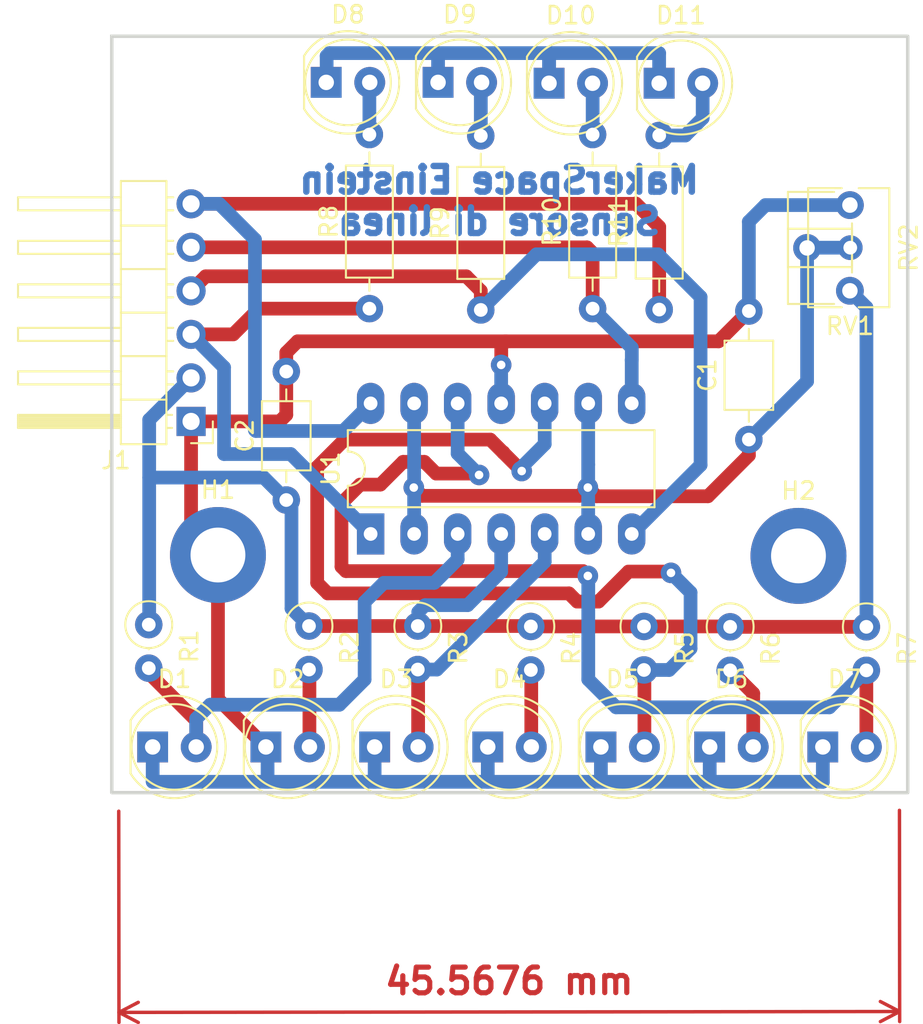
<source format=kicad_pcb>
(kicad_pcb (version 20211014) (generator pcbnew)
  (layers (0 "F.Cu" signal) (31 "B.Cu" signal) (34 "B.Paste" user) (35 "F.Paste" user) (36 "B.SilkS" user "B.Silkscreen") (37 "F.SilkS" user "F.Silkscreen") (38 "B.Mask" user) (39 "F.Mask" user) (44 "Edge.Cuts" user))
  (net 0 "")
  (net 1 "Net-(C1-Pad1)")
  (net 2 "Net-(D1-Pad2)")
  (net 3 "Net-(D2-Pad2)")
  (net 4 "Net-(D3-Pad2)")
  (net 5 "Net-(D4-Pad2)")
  (net 6 "Net-(D5-Pad2)")
  (net 7 "Net-(D6-Pad2)")
  (net 8 "Net-(D7-Pad2)")
  (net 9 "Net-(J1-Pad3)")
  (net 10 "Net-(J1-Pad4)")
  (net 11 "Net-(J1-Pad5)")
  (net 12 "Net-(J1-Pad6)")
  (net 13 "Net-(D10-Pad1)")
  (net 14 "Net-(D9-Pad2)")
  (net 15 "Net-(D10-Pad2)")
  (net 16 "Net-(D11-Pad2)")
  (net 17 "Net-(R8-Pad2)")
  (net 18 "GND")
  (net 19 "VCC")
  (footprint "LED_THT:LED_D5.0mm" (layer "F.Cu") (at 199.0802 71.6523)
    (fp_text reference "D10" (at 1.27 -3.96) (layer "F.SilkS"))
    (fp_text value "LED")
    (fp_line (start -1.29 -1.545) (end -1.29 1.545) (layer "F.SilkS") (width 0.12))
    (fp_arc (start 4.26 -0.000462) (mid 2.072002 2.880433) (end -1.29 1.54483) (layer "F.SilkS") (width 0.12))
    (fp_arc (start -1.29 -1.54483) (mid 2.072002 -2.880433) (end 4.26 0.000462) (layer "F.SilkS") (width 0.12))
    (fp_circle (center 1.27 0) (end 3.77 0) (layer "F.SilkS") (width 0.12) (fill none))
    (pad "1" thru_hole rect (at 0 0) (size 1.8 1.8) (drill 0.9) (layers *.Cu *.Mask) (net 13 "Net-(D10-Pad1)"))
    (pad "2" thru_hole circle (at 2.54 0) (size 1.8 1.8) (drill 0.9) (layers *.Cu *.Mask) (net 15 "Net-(D10-Pad2)"))
  )
  (footprint "LED_THT:LED_D5.0mm_IRGrey" (layer "F.Cu") (at 195.5038 110.3884)
    (fp_text reference "D4" (at 1.27 -3.96) (layer "F.SilkS"))
    (fp_text value "LED")
    (fp_line (start -1.29 -1.545) (end -1.29 1.545) (layer "F.SilkS") (width 0.12))
    (fp_arc (start -1.29 -1.54483) (mid 2.072002 -2.880433) (end 4.26 0.000462) (layer "F.SilkS") (width 0.12))
    (fp_arc (start 4.26 -0.000462) (mid 2.072002 2.880433) (end -1.29 1.54483) (layer "F.SilkS") (width 0.12))
    (fp_circle (center 1.27 0) (end 3.77 0) (layer "F.SilkS") (width 0.12) (fill none))
    (pad "1" thru_hole rect (at 0 0) (size 1.8 1.8) (drill 0.9) (layers *.Cu *.Mask) (net 18 "GND"))
    (pad "2" thru_hole circle (at 2.54 0) (size 1.8 1.8) (drill 0.9) (layers *.Cu *.Mask) (net 5 "Net-(D4-Pad2)"))
  )
  (footprint "Resistor_THT:R_Axial_DIN0207_L6.3mm_D2.5mm_P10.16mm_Horizontal" (layer "F.Cu") (at 188.595 84.807 90)
    (fp_text reference "R8" (at 5.08 -2.37 90) (layer "F.SilkS"))
    (fp_text value "R")
    (fp_line (start 9.12 0) (end 8.35 0) (layer "F.SilkS") (width 0.12))
    (fp_line (start 1.04 0) (end 1.81 0) (layer "F.SilkS") (width 0.12))
    (fp_line (start 1.81 -1.37) (end 1.81 1.37) (layer "F.SilkS") (width 0.12))
    (fp_line (start 8.35 -1.37) (end 1.81 -1.37) (layer "F.SilkS") (width 0.12))
    (fp_line (start 1.81 1.37) (end 8.35 1.37) (layer "F.SilkS") (width 0.12))
    (fp_line (start 8.35 1.37) (end 8.35 -1.37) (layer "F.SilkS") (width 0.12))
    (pad "1" thru_hole circle (at 0 0 90) (size 1.6 1.6) (drill 0.8) (layers *.Cu *.Mask) (net 9 "Net-(J1-Pad3)"))
    (pad "2" thru_hole oval (at 10.16 0 90) (size 1.6 1.6) (drill 0.8) (layers *.Cu *.Mask) (net 17 "Net-(R8-Pad2)"))
  )
  (footprint "LED_THT:LED_D5.0mm" (layer "F.Cu") (at 205.5064 71.6523)
    (fp_text reference "D11" (at 1.27 -3.96) (layer "F.SilkS"))
    (fp_text value "LED")
    (fp_line (start -1.29 -1.545) (end -1.29 1.545) (layer "F.SilkS") (width 0.12))
    (fp_arc (start -1.29 -1.54483) (mid 2.072002 -2.880433) (end 4.26 0.000462) (layer "F.SilkS") (width 0.12))
    (fp_arc (start 4.26 -0.000462) (mid 2.072002 2.880433) (end -1.29 1.54483) (layer "F.SilkS") (width 0.12))
    (fp_circle (center 1.27 0) (end 3.77 0) (layer "F.SilkS") (width 0.12) (fill none))
    (pad "1" thru_hole rect (at 0 0) (size 1.8 1.8) (drill 0.9) (layers *.Cu *.Mask) (net 13 "Net-(D10-Pad1)"))
    (pad "2" thru_hole circle (at 2.54 0) (size 1.8 1.8) (drill 0.9) (layers *.Cu *.Mask) (net 16 "Net-(D11-Pad2)"))
  )
  (footprint "Resistor_THT:R_Axial_DIN0207_L6.3mm_D2.5mm_P2.54mm_Vertical" (layer "F.Cu") (at 217.6018 103.378 -90)
    (fp_text reference "R7" (at 1.27 -2.37 90) (layer "F.SilkS"))
    (fp_text value "R")
    (fp_line (start 1.37 0) (end 1.44 0) (layer "F.SilkS") (width 0.12))
    (fp_circle (center 0 0) (end 1.37 0) (layer "F.SilkS") (width 0.12) (fill none))
    (pad "1" thru_hole circle (at 0 0 270) (size 1.6 1.6) (drill 0.8) (layers *.Cu *.Mask) (net 19 "VCC"))
    (pad "2" thru_hole oval (at 2.54 0 270) (size 1.6 1.6) (drill 0.8) (layers *.Cu *.Mask) (net 8 "Net-(D7-Pad2)"))
  )
  (footprint "Capacitor_THT:C_Axial_L3.8mm_D2.6mm_P7.50mm_Horizontal" (layer "F.Cu") (at 210.7438 92.4468 90)
    (fp_text reference "C1" (at 3.75 -2.42 90) (layer "F.SilkS"))
    (fp_text value "100nF")
    (fp_line (start 5.77 1.42) (end 5.77 -1.42) (layer "F.SilkS") (width 0.12))
    (fp_line (start 6.46 0) (end 5.77 0) (layer "F.SilkS") (width 0.12))
    (fp_line (start 1.04 0) (end 1.73 0) (layer "F.SilkS") (width 0.12))
    (fp_line (start 1.73 1.42) (end 5.77 1.42) (layer "F.SilkS") (width 0.12))
    (fp_line (start 1.73 -1.42) (end 1.73 1.42) (layer "F.SilkS") (width 0.12))
    (fp_line (start 5.77 -1.42) (end 1.73 -1.42) (layer "F.SilkS") (width 0.12))
    (pad "1" thru_hole circle (at 0 0 90) (size 1.6 1.6) (drill 0.8) (layers *.Cu *.Mask) (net 1 "Net-(C1-Pad1)"))
    (pad "2" thru_hole oval (at 7.5 0 90) (size 1.6 1.6) (drill 0.8) (layers *.Cu *.Mask) (net 18 "GND"))
  )
  (footprint "LED_THT:LED_D5.0mm_IRGrey" (layer "F.Cu") (at 182.5548 110.3884)
    (fp_text reference "D2" (at 1.27 -3.96) (layer "F.SilkS"))
    (fp_text value "LED")
    (fp_line (start -1.29 -1.545) (end -1.29 1.545) (layer "F.SilkS") (width 0.12))
    (fp_arc (start 4.26 -0.000462) (mid 2.072002 2.880433) (end -1.29 1.54483) (layer "F.SilkS") (width 0.12))
    (fp_arc (start -1.29 -1.54483) (mid 2.072002 -2.880433) (end 4.26 0.000462) (layer "F.SilkS") (width 0.12))
    (fp_circle (center 1.27 0) (end 3.77 0) (layer "F.SilkS") (width 0.12) (fill none))
    (pad "1" thru_hole rect (at 0 0) (size 1.8 1.8) (drill 0.9) (layers *.Cu *.Mask) (net 18 "GND"))
    (pad "2" thru_hole circle (at 2.54 0) (size 1.8 1.8) (drill 0.9) (layers *.Cu *.Mask) (net 3 "Net-(D2-Pad2)"))
  )
  (footprint "Connector_PinHeader_2.54mm:PinHeader_1x06_P2.54mm_Horizontal" (layer "F.Cu") (at 178.1872 91.3892 180)
    (fp_text reference "J1" (at 4.385 -2.27) (layer "F.SilkS"))
    (fp_text value "Conn_01x06_Male")
    (fp_line (start 1.11 -0.38) (end 1.44 -0.38) (layer "F.SilkS") (width 0.12))
    (fp_line (start 1.042929 2.16) (end 1.44 2.16) (layer "F.SilkS") (width 0.12))
    (fp_line (start 10.1 5.46) (end 4.1 5.46) (layer "F.SilkS") (width 0.12))
    (fp_line (start 1.44 11.43) (end 4.1 11.43) (layer "F.SilkS") (width 0.12))
    (fp_line (start 1.042929 5.46) (end 1.44 5.46) (layer "F.SilkS") (width 0.12))
    (fp_line (start 1.042929 7.24) (end 1.44 7.24) (layer "F.SilkS") (width 0.12))
    (fp_line (start 4.1 2.16) (end 10.1 2.16) (layer "F.SilkS") (width 0.12))
    (fp_line (start 1.042929 12.32) (end 1.44 12.32) (layer "F.SilkS") (width 0.12))
    (fp_line (start 10.1 2.16) (end 10.1 2.92) (layer "F.SilkS") (width 0.12))
    (fp_line (start 1.44 1.27) (end 4.1 1.27) (layer "F.SilkS") (width 0.12))
    (fp_line (start 4.1 -0.32) (end 10.1 -0.32) (layer "F.SilkS") (width 0.12))
    (fp_line (start 1.042929 4.7) (end 1.44 4.7) (layer "F.SilkS") (width 0.12))
    (fp_line (start 1.042929 9.78) (end 1.44 9.78) (layer "F.SilkS") (width 0.12))
    (fp_line (start 1.042929 13.08) (end 1.44 13.08) (layer "F.SilkS") (width 0.12))
    (fp_line (start 1.44 -1.33) (end 1.44 14.03) (layer "F.SilkS") (width 0.12))
    (fp_line (start 10.1 2.92) (end 4.1 2.92) (layer "F.SilkS") (width 0.12))
    (fp_line (start 10.1 13.08) (end 4.1 13.08) (layer "F.SilkS") (width 0.12))
    (fp_line (start 1.042929 2.92) (end 1.44 2.92) (layer "F.SilkS") (width 0.12))
    (fp_line (start 10.1 8) (end 4.1 8) (layer "F.SilkS") (width 0.12))
    (fp_line (start 4.1 12.32) (end 10.1 12.32) (layer "F.SilkS") (width 0.12))
    (fp_line (start 4.1 -0.08) (end 10.1 -0.08) (layer "F.SilkS") (width 0.12))
    (fp_line (start 1.042929 10.54) (end 1.44 10.54) (layer "F.SilkS") (width 0.12))
    (fp_line (start 4.1 -0.38) (end 10.1 -0.38) (layer "F.SilkS") (width 0.12))
    (fp_line (start 10.1 -0.38) (end 10.1 0.38) (layer "F.SilkS") (width 0.12))
    (fp_line (start 1.44 14.03) (end 4.1 14.03) (layer "F.SilkS") (width 0.12))
    (fp_line (start 10.1 0.38) (end 4.1 0.38) (layer "F.SilkS") (width 0.12))
    (fp_line (start 1.11 0.38) (end 1.44 0.38) (layer "F.SilkS") (width 0.12))
    (fp_line (start 1.44 8.89) (end 4.1 8.89) (layer "F.SilkS") (width 0.12))
    (fp_line (start 10.1 10.54) (end 4.1 10.54) (layer "F.SilkS") (width 0.12))
    (fp_line (start -1.27 -1.27) (end 0 -1.27) (layer "F.SilkS") (width 0.12))
    (fp_line (start 4.1 0.16) (end 10.1 0.16) (layer "F.SilkS") (width 0.12))
    (fp_line (start 4.1 0.28) (end 10.1 0.28) (layer "F.SilkS") (width 0.12))
    (fp_line (start -1.27 0) (end -1.27 -1.27) (layer "F.SilkS") (width 0.12))
    (fp_line (start 1.44 3.81) (end 4.1 3.81) (layer "F.SilkS") (width 0.12))
    (fp_line (start 4.1 0.04) (end 10.1 0.04) (layer "F.SilkS") (width 0.12))
    (fp_line (start 10.1 12.32) (end 10.1 13.08) (layer "F.SilkS") (width 0.12))
    (fp_line (start 4.1 -0.2) (end 10.1 -0.2) (layer "F.SilkS") (width 0.12))
    (fp_line (start 4.1 9.78) (end 10.1 9.78) (layer "F.SilkS") (width 0.12))
    (fp_line (start 10.1 4.7) (end 10.1 5.46) (layer "F.SilkS") (width 0.12))
    (fp_line (start 4.1 4.7) (end 10.1 4.7) (layer "F.SilkS") (width 0.12))
    (fp_line (start 10.1 9.78) (end 10.1 10.54) (layer "F.SilkS") (width 0.12))
    (fp_line (start 1.44 6.35) (end 4.1 6.35) (layer "F.SilkS") (width 0.12))
    (fp_line (start 4.1 14.03) (end 4.1 -1.33) (layer "F.SilkS") (width 0.12))
    (fp_line (start 1.042929 8) (end 1.44 8) (layer "F.SilkS") (width 0.12))
    (fp_line (start 4.1 7.24) (end 10.1 7.24) (layer "F.SilkS") (width 0.12))
    (fp_line (start 4.1 -1.33) (end 1.44 -1.33) (layer "F.SilkS") (width 0.12))
    (fp_line (start 10.1 7.24) (end 10.1 8) (layer "F.SilkS") (width 0.12))
    (pad "1" thru_hole rect (at 0 0 180) (size 1.7 1.7) (drill 1) (layers *.Cu *.Mask) (net 18 "GND"))
    (pad "2" thru_hole oval (at 0 2.54 180) (size 1.7 1.7) (drill 1) (layers *.Cu *.Mask) (net 19 "VCC"))
    (pad "3" thru_hole oval (at 0 5.08 180) (size 1.7 1.7) (drill 1) (layers *.Cu *.Mask) (net 9 "Net-(J1-Pad3)"))
    (pad "4" thru_hole oval (at 0 7.62 180) (size 1.7 1.7) (drill 1) (layers *.Cu *.Mask) (net 10 "Net-(J1-Pad4)"))
    (pad "5" thru_hole oval (at 0 10.16 180) (size 1.7 1.7) (drill 1) (layers *.Cu *.Mask) (net 11 "Net-(J1-Pad5)"))
    (pad "6" thru_hole oval (at 0 12.7 180) (size 1.7 1.7) (drill 1) (layers *.Cu *.Mask) (net 12 "Net-(J1-Pad6)"))
  )
  (footprint "Resistor_THT:R_Axial_DIN0207_L6.3mm_D2.5mm_P2.54mm_Vertical" (layer "F.Cu") (at 175.7172 103.251 -90)
    (fp_text reference "R1" (at 1.27 -2.37 90) (layer "F.SilkS"))
    (fp_text value "R")
    (fp_line (start 1.37 0) (end 1.44 0) (layer "F.SilkS") (width 0.12))
    (fp_circle (center 0 0) (end 1.37 0) (layer "F.SilkS") (width 0.12) (fill none))
    (pad "1" thru_hole circle (at 0 0 270) (size 1.6 1.6) (drill 0.8) (layers *.Cu *.Mask) (net 19 "VCC"))
    (pad "2" thru_hole oval (at 2.54 0 270) (size 1.6 1.6) (drill 0.8) (layers *.Cu *.Mask) (net 2 "Net-(D1-Pad2)"))
  )
  (footprint "Resistor_THT:R_Axial_DIN0207_L6.3mm_D2.5mm_P2.54mm_Vertical" (layer "F.Cu") (at 198.0184 103.3562 -90)
    (fp_text reference "R4" (at 1.27 -2.37 90) (layer "F.SilkS"))
    (fp_text value "R")
    (fp_line (start 1.37 0) (end 1.44 0) (layer "F.SilkS") (width 0.12))
    (fp_circle (center 0 0) (end 1.37 0) (layer "F.SilkS") (width 0.12) (fill none))
    (pad "1" thru_hole circle (at 0 0 270) (size 1.6 1.6) (drill 0.8) (layers *.Cu *.Mask) (net 19 "VCC"))
    (pad "2" thru_hole oval (at 2.54 0 270) (size 1.6 1.6) (drill 0.8) (layers *.Cu *.Mask) (net 5 "Net-(D4-Pad2)"))
  )
  (footprint "LED_THT:LED_D5.0mm" (layer "F.Cu") (at 192.6032 71.6015)
    (fp_text reference "D9" (at 1.27 -3.96) (layer "F.SilkS"))
    (fp_text value "LED")
    (fp_line (start -1.29 -1.545) (end -1.29 1.545) (layer "F.SilkS") (width 0.12))
    (fp_arc (start 4.26 -0.000462) (mid 2.072002 2.880433) (end -1.29 1.54483) (layer "F.SilkS") (width 0.12))
    (fp_arc (start -1.29 -1.54483) (mid 2.072002 -2.880433) (end 4.26 0.000462) (layer "F.SilkS") (width 0.12))
    (fp_circle (center 1.27 0) (end 3.77 0) (layer "F.SilkS") (width 0.12) (fill none))
    (pad "1" thru_hole rect (at 0 0) (size 1.8 1.8) (drill 0.9) (layers *.Cu *.Mask) (net 13 "Net-(D10-Pad1)"))
    (pad "2" thru_hole circle (at 2.54 0) (size 1.8 1.8) (drill 0.9) (layers *.Cu *.Mask) (net 14 "Net-(D9-Pad2)"))
  )
  (footprint "Resistor_THT:R_Axial_DIN0207_L6.3mm_D2.5mm_P2.54mm_Vertical" (layer "F.Cu") (at 185.0694 103.3308 -90)
    (fp_text reference "R2" (at 1.27 -2.37 90) (layer "F.SilkS"))
    (fp_text value "R")
    (fp_line (start 1.37 0) (end 1.44 0) (layer "F.SilkS") (width 0.12))
    (fp_circle (center 0 0) (end 1.37 0) (layer "F.SilkS") (width 0.12) (fill none))
    (pad "1" thru_hole circle (at 0 0 270) (size 1.6 1.6) (drill 0.8) (layers *.Cu *.Mask) (net 19 "VCC"))
    (pad "2" thru_hole oval (at 2.54 0 270) (size 1.6 1.6) (drill 0.8) (layers *.Cu *.Mask) (net 3 "Net-(D2-Pad2)"))
  )
  (footprint "LED_THT:LED_D5.0mm" (layer "F.Cu") (at 186.0754 71.6015)
    (fp_text reference "D8" (at 1.27 -3.96) (layer "F.SilkS"))
    (fp_text value "LED")
    (fp_line (start -1.29 -1.545) (end -1.29 1.545) (layer "F.SilkS") (width 0.12))
    (fp_arc (start -1.29 -1.54483) (mid 2.072002 -2.880433) (end 4.26 0.000462) (layer "F.SilkS") (width 0.12))
    (fp_arc (start 4.26 -0.000462) (mid 2.072002 2.880433) (end -1.29 1.54483) (layer "F.SilkS") (width 0.12))
    (fp_circle (center 1.27 0) (end 3.77 0) (layer "F.SilkS") (width 0.12) (fill none))
    (pad "1" thru_hole rect (at 0 0) (size 1.8 1.8) (drill 0.9) (layers *.Cu *.Mask) (net 13 "Net-(D10-Pad1)"))
    (pad "2" thru_hole circle (at 2.54 0) (size 1.8 1.8) (drill 0.9) (layers *.Cu *.Mask) (net 17 "Net-(R8-Pad2)"))
  )
  (footprint "LED_THT:LED_D5.0mm_IRBlack" (layer "F.Cu") (at 202.1078 110.3884)
    (fp_text reference "D5" (at 1.27 -3.96) (layer "F.SilkS"))
    (fp_text value "D_Photo")
    (fp_line (start -1.29 -1.545) (end -1.29 1.545) (layer "F.SilkS") (width 0.12))
    (fp_arc (start 4.26 -0.000462) (mid 2.072002 2.880433) (end -1.29 1.54483) (layer "F.SilkS") (width 0.12))
    (fp_arc (start -1.29 -1.54483) (mid 2.072002 -2.880433) (end 4.26 0.000462) (layer "F.SilkS") (width 0.12))
    (fp_circle (center 1.27 0) (end 3.77 0) (layer "F.SilkS") (width 0.12) (fill none))
    (pad "1" thru_hole rect (at 0 0) (size 1.8 1.8) (drill 0.9) (layers *.Cu *.Mask) (net 18 "GND"))
    (pad "2" thru_hole circle (at 2.54 0) (size 1.8 1.8) (drill 0.9) (layers *.Cu *.Mask) (net 6 "Net-(D5-Pad2)"))
  )
  (footprint "LED_THT:LED_D5.0mm_IRBlack" (layer "F.Cu") (at 175.9458 110.3884)
    (fp_text reference "D1" (at 1.27 -3.96) (layer "F.SilkS"))
    (fp_text value "D_Photo")
    (fp_line (start -1.29 -1.545) (end -1.29 1.545) (layer "F.SilkS") (width 0.12))
    (fp_arc (start 4.26 -0.000462) (mid 2.072002 2.880433) (end -1.29 1.54483) (layer "F.SilkS") (width 0.12))
    (fp_arc (start -1.29 -1.54483) (mid 2.072002 -2.880433) (end 4.26 0.000462) (layer "F.SilkS") (width 0.12))
    (fp_circle (center 1.27 0) (end 3.77 0) (layer "F.SilkS") (width 0.12) (fill none))
    (pad "1" thru_hole rect (at 0 0) (size 1.8 1.8) (drill 0.9) (layers *.Cu *.Mask) (net 18 "GND"))
    (pad "2" thru_hole circle (at 2.54 0) (size 1.8 1.8) (drill 0.9) (layers *.Cu *.Mask) (net 2 "Net-(D1-Pad2)"))
  )
  (footprint "Resistor_THT:R_Axial_DIN0207_L6.3mm_D2.5mm_P2.54mm_Vertical" (layer "F.Cu") (at 209.6516 103.378 -90)
    (fp_text reference "R6" (at 1.27 -2.37 90) (layer "F.SilkS"))
    (fp_text value "R")
    (fp_line (start 1.37 0) (end 1.44 0) (layer "F.SilkS") (width 0.12))
    (fp_circle (center 0 0) (end 1.37 0) (layer "F.SilkS") (width 0.12) (fill none))
    (pad "1" thru_hole circle (at 0 0 270) (size 1.6 1.6) (drill 0.8) (layers *.Cu *.Mask) (net 19 "VCC"))
    (pad "2" thru_hole oval (at 2.54 0 270) (size 1.6 1.6) (drill 0.8) (layers *.Cu *.Mask) (net 7 "Net-(D6-Pad2)"))
  )
  (footprint "MountingHole:MountingHole_3.2mm_M3_DIN965_Pad" (layer "F.Cu") (at 179.7558 99.187)
    (fp_text reference "H1" (at 0 -3.8) (layer "F.SilkS"))
    (fp_text value "MountingHole")
    (pad "1" thru_hole circle (at 0 0) (size 5.6 5.6) (drill 3.2) (layers *.Cu *.Mask))
  )
  (footprint "Resistor_THT:R_Axial_DIN0207_L6.3mm_D2.5mm_P10.16mm_Horizontal" (layer "F.Cu") (at 195.0974 84.8832 90)
    (fp_text reference "R9" (at 5.08 -2.37 90) (layer "F.SilkS"))
    (fp_text value "R")
    (fp_line (start 1.81 1.37) (end 8.35 1.37) (layer "F.SilkS") (width 0.12))
    (fp_line (start 9.12 0) (end 8.35 0) (layer "F.SilkS") (width 0.12))
    (fp_line (start 8.35 1.37) (end 8.35 -1.37) (layer "F.SilkS") (width 0.12))
    (fp_line (start 1.04 0) (end 1.81 0) (layer "F.SilkS") (width 0.12))
    (fp_line (start 1.81 -1.37) (end 1.81 1.37) (layer "F.SilkS") (width 0.12))
    (fp_line (start 8.35 -1.37) (end 1.81 -1.37) (layer "F.SilkS") (width 0.12))
    (pad "1" thru_hole circle (at 0 0 90) (size 1.6 1.6) (drill 0.8) (layers *.Cu *.Mask) (net 10 "Net-(J1-Pad4)"))
    (pad "2" thru_hole oval (at 10.16 0 90) (size 1.6 1.6) (drill 0.8) (layers *.Cu *.Mask) (net 14 "Net-(D9-Pad2)"))
  )
  (footprint "Resistor_THT:R_Axial_DIN0207_L6.3mm_D2.5mm_P2.54mm_Vertical" (layer "F.Cu") (at 191.4194 103.3308 -90)
    (fp_text reference "R3" (at 1.27 -2.37 90) (layer "F.SilkS"))
    (fp_text value "R")
    (fp_line (start 1.37 0) (end 1.44 0) (layer "F.SilkS") (width 0.12))
    (fp_circle (center 0 0) (end 1.37 0) (layer "F.SilkS") (width 0.12) (fill none))
    (pad "1" thru_hole circle (at 0 0 270) (size 1.6 1.6) (drill 0.8) (layers *.Cu *.Mask) (net 19 "VCC"))
    (pad "2" thru_hole oval (at 2.54 0 270) (size 1.6 1.6) (drill 0.8) (layers *.Cu *.Mask) (net 4 "Net-(D3-Pad2)"))
  )
  (footprint "Resistor_THT:R_Axial_DIN0207_L6.3mm_D2.5mm_P10.16mm_Horizontal" (layer "F.Cu") (at 205.5114 84.8614 90)
    (fp_text reference "R11" (at 5.08 -2.37 90) (layer "F.SilkS"))
    (fp_text value "R")
    (fp_line (start 9.12 0) (end 8.35 0) (layer "F.SilkS") (width 0.12))
    (fp_line (start 1.81 1.37) (end 8.35 1.37) (layer "F.SilkS") (width 0.12))
    (fp_line (start 8.35 -1.37) (end 1.81 -1.37) (layer "F.SilkS") (width 0.12))
    (fp_line (start 1.04 0) (end 1.81 0) (layer "F.SilkS") (width 0.12))
    (fp_line (start 1.81 -1.37) (end 1.81 1.37) (layer "F.SilkS") (width 0.12))
    (fp_line (start 8.35 1.37) (end 8.35 -1.37) (layer "F.SilkS") (width 0.12))
    (pad "1" thru_hole circle (at 0 0 90) (size 1.6 1.6) (drill 0.8) (layers *.Cu *.Mask) (net 12 "Net-(J1-Pad6)"))
    (pad "2" thru_hole oval (at 10.16 0 90) (size 1.6 1.6) (drill 0.8) (layers *.Cu *.Mask) (net 16 "Net-(D11-Pad2)"))
  )
  (footprint "Resistor_THT:R_Axial_DIN0207_L6.3mm_D2.5mm_P10.16mm_Horizontal" (layer "F.Cu") (at 201.6252 84.807 90)
    (fp_text reference "R10" (at 5.08 -2.37 90) (layer "F.SilkS"))
    (fp_text value "R")
    (fp_line (start 1.04 0) (end 1.81 0) (layer "F.SilkS") (width 0.12))
    (fp_line (start 8.35 1.37) (end 8.35 -1.37) (layer "F.SilkS") (width 0.12))
    (fp_line (start 8.35 -1.37) (end 1.81 -1.37) (layer "F.SilkS") (width 0.12))
    (fp_line (start 9.12 0) (end 8.35 0) (layer "F.SilkS") (width 0.12))
    (fp_line (start 1.81 1.37) (end 8.35 1.37) (layer "F.SilkS") (width 0.12))
    (fp_line (start 1.81 -1.37) (end 1.81 1.37) (layer "F.SilkS") (width 0.12))
    (pad "1" thru_hole circle (at 0 0 90) (size 1.6 1.6) (drill 0.8) (layers *.Cu *.Mask) (net 11 "Net-(J1-Pad5)"))
    (pad "2" thru_hole oval (at 10.16 0 90) (size 1.6 1.6) (drill 0.8) (layers *.Cu *.Mask) (net 15 "Net-(D10-Pad2)"))
  )
  (footprint "MountingHole:MountingHole_3.2mm_M3_DIN965_Pad" (layer "F.Cu") (at 213.6394 99.2378)
    (fp_text reference "H2" (at 0 -3.8) (layer "F.SilkS"))
    (fp_text value "MountingHole")
    (pad "1" thru_hole circle (at 0 0) (size 5.6 5.6) (drill 3.2) (layers *.Cu *.Mask))
  )
  (footprint "LED_THT:LED_D5.0mm_IRBlack" (layer "F.Cu") (at 188.8998 110.3884)
    (fp_text reference "D3" (at 1.27 -3.96) (layer "F.SilkS"))
    (fp_text value "D_Photo")
    (fp_line (start -1.29 -1.545) (end -1.29 1.545) (layer "F.SilkS") (width 0.12))
    (fp_arc (start 4.26 -0.000462) (mid 2.072002 2.880433) (end -1.29 1.54483) (layer "F.SilkS") (width 0.12))
    (fp_arc (start -1.29 -1.54483) (mid 2.072002 -2.880433) (end 4.26 0.000462) (layer "F.SilkS") (width 0.12))
    (fp_circle (center 1.27 0) (end 3.77 0) (layer "F.SilkS") (width 0.12) (fill none))
    (pad "1" thru_hole rect (at 0 0) (size 1.8 1.8) (drill 0.9) (layers *.Cu *.Mask) (net 18 "GND"))
    (pad "2" thru_hole circle (at 2.54 0) (size 1.8 1.8) (drill 0.9) (layers *.Cu *.Mask) (net 4 "Net-(D3-Pad2)"))
  )
  (footprint "Resistor_THT:R_Axial_DIN0207_L6.3mm_D2.5mm_P2.54mm_Vertical" (layer "F.Cu") (at 204.6224 103.3562 -90)
    (fp_text reference "R5" (at 1.27 -2.37 90) (layer "F.SilkS"))
    (fp_text value "R")
    (fp_line (start 1.37 0) (end 1.44 0) (layer "F.SilkS") (width 0.12))
    (fp_circle (center 0 0) (end 1.37 0) (layer "F.SilkS") (width 0.12) (fill none))
    (pad "1" thru_hole circle (at 0 0 270) (size 1.6 1.6) (drill 0.8) (layers *.Cu *.Mask) (net 19 "VCC"))
    (pad "2" thru_hole oval (at 2.54 0 270) (size 1.6 1.6) (drill 0.8) (layers *.Cu *.Mask) (net 6 "Net-(D5-Pad2)"))
  )
  (footprint "Potentiometer_THT:Potentiometer_ACP_CA6-H2,5_Horizontal" (layer "F.Cu") (at 216.642 83.7646 180)
    (fp_text reference "RV1" (at 0 -2.06) (layer "F.SilkS"))
    (fp_text value "20k")
    (fp_line (start -0.121 1.066) (end -0.121 3.935) (layer "F.SilkS") (width 0.12))
    (fp_line (start 3.62 1.38) (end 3.62 3.62) (layer "F.SilkS") (width 0.12))
    (fp_line (start 0.925 -0.77) (end 3.62 -0.77) (layer "F.SilkS") (width 0.12))
    (fp_line (start 3.62 -0.77) (end 3.62 5.77) (layer "F.SilkS") (width 0.12))
    (fp_line (start -0.121 1.38) (end -0.121 3.62) (layer "F.SilkS") (width 0.12))
    (fp_line (start -0.121 3.62) (end 3.62 3.62) (layer "F.SilkS") (width 0.12))
    (fp_line (start 0.925 5.77) (end 3.62 5.77) (layer "F.SilkS") (width 0.12))
    (fp_line (start -0.121 1.38) (end 3.62 1.38) (layer "F.SilkS") (width 0.12))
    (pad "1" thru_hole circle (at 0 0 180) (size 1.62 1.62) (drill 0.9) (layers *.Cu *.Mask) (net 19 "VCC"))
    (pad "2" thru_hole circle (at 2.5 2.5 180) (size 1.62 1.62) (drill 0.9) (layers *.Cu *.Mask) (net 1 "Net-(C1-Pad1)"))
    (pad "3" thru_hole circle (at 0 5 180) (size 1.62 1.62) (drill 0.9) (layers *.Cu *.Mask) (net 18 "GND"))
  )
  (footprint "Package_DIP:DIP-14_W7.62mm_LongPads" (layer "F.Cu") (at 188.6662 97.9574 90)
    (fp_text reference "U1" (at 3.81 -2.33 90) (layer "F.SilkS"))
    (fp_text value "Opamp_Quad")
    (fp_line (start 6.06 16.57) (end 6.06 -1.33) (layer "F.SilkS") (width 0.12))
    (fp_line (start 6.06 -1.33) (end 4.81 -1.33) (layer "F.SilkS") (width 0.12))
    (fp_line (start 2.81 -1.33) (end 1.56 -1.33) (layer "F.SilkS") (width 0.12))
    (fp_line (start 1.56 16.57) (end 6.06 16.57) (layer "F.SilkS") (width 0.12))
    (fp_line (start 1.56 -1.33) (end 1.56 16.57) (layer "F.SilkS") (width 0.12))
    (fp_arc (start 4.81 -1.33) (mid 3.81 -0.33) (end 2.81 -1.33) (layer "F.SilkS") (width 0.12))
    (pad "1" thru_hole rect (at 0 0 90) (size 2.4 1.6) (drill 0.8) (layers *.Cu *.Mask) (net 9 "Net-(J1-Pad3)"))
    (pad "2" thru_hole oval (at 0 2.54 90) (size 2.4 1.6) (drill 0.8) (layers *.Cu *.Mask) (net 1 "Net-(C1-Pad1)"))
    (pad "3" thru_hole oval (at 0 5.08 90) (size 2.4 1.6) (drill 0.8) (layers *.Cu *.Mask) (net 2 "Net-(D1-Pad2)"))
    (pad "4" thru_hole oval (at 0 7.62 90) (size 2.4 1.6) (drill 0.8) (layers *.Cu *.Mask) (net 19 "VCC"))
    (pad "5" thru_hole oval (at 0 10.16 90) (size 2.4 1.6) (drill 0.8) (layers *.Cu *.Mask) (net 4 "Net-(D3-Pad2)"))
    (pad "6" thru_hole oval (at 0 12.7 90) (size 2.4 1.6) (drill 0.8) (layers *.Cu *.Mask) (net 1 "Net-(C1-Pad1)"))
    (pad "7" thru_hole oval (at 0 15.24 90) (size 2.4 1.6) (drill 0.8) (layers *.Cu *.Mask) (net 10 "Net-(J1-Pad4)"))
    (pad "8" thru_hole oval (at 7.62 15.24 90) (size 2.4 1.6) (drill 0.8) (layers *.Cu *.Mask) (net 11 "Net-(J1-Pad5)"))
    (pad "9" thru_hole oval (at 7.62 12.7 90) (size 2.4 1.6) (drill 0.8) (layers *.Cu *.Mask) (net 1 "Net-(C1-Pad1)"))
    (pad "10" thru_hole oval (at 7.62 10.16 90) (size 2.4 1.6) (drill 0.8) (layers *.Cu *.Mask) (net 6 "Net-(D5-Pad2)"))
    (pad "11" thru_hole oval (at 7.62 7.62 90) (size 2.4 1.6) (drill 0.8) (layers *.Cu *.Mask) (net 18 "GND"))
    (pad "12" thru_hole oval (at 7.62 5.08 90) (size 2.4 1.6) (drill 0.8) (layers *.Cu *.Mask) (net 8 "Net-(D7-Pad2)"))
    (pad "13" thru_hole oval (at 7.62 2.54 90) (size 2.4 1.6) (drill 0.8) (layers *.Cu *.Mask) (net 1 "Net-(C1-Pad1)"))
    (pad "14" thru_hole oval (at 7.62 0 90) (size 2.4 1.6) (drill 0.8) (layers *.Cu *.Mask) (net 12 "Net-(J1-Pad6)"))
  )
  (footprint "LED_THT:LED_D5.0mm_IRGrey" (layer "F.Cu") (at 208.4578 110.3884)
    (fp_text reference "D6" (at 1.27 -3.96) (layer "F.SilkS"))
    (fp_text value "LED")
    (fp_line (start -1.29 -1.545) (end -1.29 1.545) (layer "F.SilkS") (width 0.12))
    (fp_arc (start -1.29 -1.54483) (mid 2.072002 -2.880433) (end 4.26 0.000462) (layer "F.SilkS") (width 0.12))
    (fp_arc (start 4.26 -0.000462) (mid 2.072002 2.880433) (end -1.29 1.54483) (layer "F.SilkS") (width 0.12))
    (fp_circle (center 1.27 0) (end 3.77 0) (layer "F.SilkS") (width 0.12) (fill none))
    (pad "1" thru_hole rect (at 0 0) (size 1.8 1.8) (drill 0.9) (layers *.Cu *.Mask) (net 18 "GND"))
    (pad "2" thru_hole circle (at 2.54 0) (size 1.8 1.8) (drill 0.9) (layers *.Cu *.Mask) (net 7 "Net-(D6-Pad2)"))
  )
  (footprint "Potentiometer_THT:Potentiometer_Bourns_3266Y_Vertical" (layer "F.Cu") (at 216.662 83.7896 -90)
    (fp_text reference "RV2" (at -2.54 -3.41 90) (layer "F.SilkS"))
    (fp_text value "20k")
    (fp_line (start -6.015 2.46) (end 0.935 2.46) (layer "F.SilkS") (width 0.12))
    (fp_line (start -6.015 -2.28) (end -6.015 -0.494) (layer "F.SilkS") (width 0.12))
    (fp_line (start -6.015 0.496) (end -6.015 2.46) (layer "F.SilkS") (width 0.12))
    (fp_line (start 0.935 -2.28) (end 0.935 -0.494) (layer "F.SilkS") (width 0.12))
    (fp_line (start -6.015 -2.28) (end 0.935 -2.28) (layer "F.SilkS") (width 0.12))
    (fp_line (start 0.935 0.496) (end 0.935 2.46) (layer "F.SilkS") (width 0.12))
    (pad "1" thru_hole circle (at 0 0 270) (size 1.44 1.44) (drill 0.8) (layers *.Cu *.Mask) (net 19 "VCC"))
    (pad "2" thru_hole circle (at -2.54 0 270) (size 1.44 1.44) (drill 0.8) (layers *.Cu *.Mask) (net 1 "Net-(C1-Pad1)"))
    (pad "3" thru_hole circle (at -5.08 0 270) (size 1.44 1.44) (drill 0.8) (layers *.Cu *.Mask) (net 18 "GND"))
  )
  (footprint "Capacitor_THT:C_Axial_L3.8mm_D2.6mm_P7.50mm_Horizontal" (layer "F.Cu") (at 183.7436 95.9774 90)
    (fp_text reference "C2" (at 3.75 -2.42 90) (layer "F.SilkS"))
    (fp_text value "100nF")
    (fp_line (start 1.73 1.42) (end 5.77 1.42) (layer "F.SilkS") (width 0.12))
    (fp_line (start 5.77 1.42) (end 5.77 -1.42) (layer "F.SilkS") (width 0.12))
    (fp_line (start 1.04 0) (end 1.73 0) (layer "F.SilkS") (width 0.12))
    (fp_line (start 6.46 0) (end 5.77 0) (layer "F.SilkS") (width 0.12))
    (fp_line (start 1.73 -1.42) (end 1.73 1.42) (layer "F.SilkS") (width 0.12))
    (fp_line (start 5.77 -1.42) (end 1.73 -1.42) (layer "F.SilkS") (width 0.12))
    (pad "1" thru_hole circle (at 0 0 90) (size 1.6 1.6) (drill 0.8) (layers *.Cu *.Mask) (net 19 "VCC"))
    (pad "2" thru_hole oval (at 7.5 0 90) (size 1.6 1.6) (drill 0.8) (layers *.Cu *.Mask) (net 18 "GND"))
  )
  (footprint "LED_THT:LED_D5.0mm_IRBlack" (layer "F.Cu") (at 215.0618 110.3884)
    (fp_text reference "D7" (at 1.27 -3.96) (layer "F.SilkS"))
    (fp_text value "D_Photo")
    (fp_line (start -1.29 -1.545) (end -1.29 1.545) (layer "F.SilkS") (width 0.12))
    (fp_arc (start -1.29 -1.54483) (mid 2.072002 -2.880433) (end 4.26 0.000462) (layer "F.SilkS") (width 0.12))
    (fp_arc (start 4.26 -0.000462) (mid 2.072002 2.880433) (end -1.29 1.54483) (layer "F.SilkS") (width 0.12))
    (fp_circle (center 1.27 0) (end 3.77 0) (layer "F.SilkS") (width 0.12) (fill none))
    (pad "1" thru_hole rect (at 0 0) (size 1.8 1.8) (drill 0.9) (layers *.Cu *.Mask) (net 18 "GND"))
    (pad "2" thru_hole circle (at 2.54 0) (size 1.8 1.8) (drill 0.9) (layers *.Cu *.Mask) (net 8 "Net-(D7-Pad2)"))
  )
  (gr_rect (start 173.5582 68.9102) (end 220.0148 113.0554) (layer "Edge.Cuts") (width 0.2) (fill none))
  (gr_text "MakerSpace Einstein\nSensore di linea" (at 196.1642 78.5114) (layer "B.Cu") (effects (font (size 1.5 1.5) (thickness 0.375)) (justify mirror)))
  (dimension (type aligned) (layer "F.Cu") (pts (xy 173.9646 113.6396) (xy 219.5322 113.5888)) (height 12.242282) (gr_text "45,5676 mm" (at 196.760041 124.056475 0.06387486709) (layer "F.Cu") (effects (font (size 1.5 1.5) (thickness 0.3)))) (format (units 3) (units_format 1) (precision 4)) (style (thickness 0.2) (arrow_length 1.27) (text_position_mode 0) (extension_height 0.58642) (extension_offset 0.5) keep_text_aligned))
  (segment (start 201.3458 95.25) (end 201.8538 95.758) (width 0.8) (layer "F.Cu") (net 1))
  (segment (start 201.8538 95.758) (end 208.3562 95.758) (width 0.8) (layer "F.Cu") (net 1))
  (segment (start 214.157 81.2496) (end 214.142 81.2646) (width 0.25) (layer "F.Cu") (net 1))
  (segment (start 208.3562 95.758) (end 210.7438 93.3704) (width 0.8) (layer "F.Cu") (net 1))
  (segment (start 210.7438 93.3704) (end 210.7438 92.4468) (width 0.8) (layer "F.Cu") (net 1))
  (segment (start 200.8632 95.7326) (end 201.3458 95.25) (width 0.8) (layer "F.Cu") (net 1))
  (segment (start 191.6684 95.7326) (end 200.8632 95.7326) (width 0.8) (layer "F.Cu") (net 1))
  (segment (start 191.1858 95.25) (end 191.6684 95.7326) (width 0.8) (layer "F.Cu") (net 1))
  (via (at 201.3458 95.25) (size 1.2) (drill 0.5) (layers "F.Cu" "B.Cu") (net 1))
  (via (at 191.1858 95.25) (size 1.2) (drill 0.5) (layers "F.Cu" "B.Cu") (net 1))
  (segment (start 216.662 81.2496) (end 214.157 81.2496) (width 0.8) (layer "B.Cu") (net 1))
  (segment (start 191.2062 90.3374) (end 191.2062 94.0612) (width 0.8) (layer "B.Cu") (net 1))
  (segment (start 214.142 81.2646) (end 214.142 89.0486) (width 0.8) (layer "B.Cu") (net 1))
  (segment (start 201.3662 93.9088) (end 201.3662 97.9574) (width 0.8) (layer "B.Cu") (net 1))
  (segment (start 191.2062 94.0612) (end 191.2062 97.9574) (width 0.8) (layer "B.Cu") (net 1))
  (segment (start 201.3662 90.3374) (end 201.3662 93.9088) (width 0.8) (layer "B.Cu") (net 1))
  (segment (start 214.142 89.0486) (end 210.7438 92.4468) (width 0.8) (layer "B.Cu") (net 1))
  (segment (start 175.7172 106.0743) (end 178.4858 108.8429) (width 0.8) (layer "F.Cu") (net 2))
  (segment (start 178.4858 108.8429) (end 178.4858 110.3884) (width 0.8) (layer "F.Cu") (net 2))
  (segment (start 193.7462 97.9574) (end 193.7462 99.446) (width 0.8) (layer "B.Cu") (net 2))
  (segment (start 189.4332 100.8126) (end 188.3156 101.9302) (width 0.8) (layer "B.Cu") (net 2))
  (segment (start 186.8424 107.9246) (end 179.2986 107.9246) (width 0.8) (layer "B.Cu") (net 2))
  (segment (start 175.7172 105.791) (end 175.7172 106.0743) (width 0.8) (layer "B.Cu") (net 2))
  (segment (start 188.3156 106.4514) (end 186.8424 107.9246) (width 0.8) (layer "B.Cu") (net 2))
  (segment (start 192.3796 100.8126) (end 189.4332 100.8126) (width 0.8) (layer "B.Cu") (net 2))
  (segment (start 193.7462 99.446) (end 192.3796 100.8126) (width 0.8) (layer "B.Cu") (net 2))
  (segment (start 179.2986 107.9246) (end 178.4858 108.7374) (width 0.8) (layer "B.Cu") (net 2))
  (segment (start 178.4858 108.7374) (end 178.4858 110.3884) (width 0.8) (layer "B.Cu") (net 2))
  (segment (start 188.3156 101.9302) (end 188.3156 106.4514) (width 0.8) (layer "B.Cu") (net 2))
  (segment (start 185.0948 105.8962) (end 185.0948 110.3884) (width 0.8) (layer "F.Cu") (net 3))
  (segment (start 185.0694 105.8708) (end 185.0948 105.8962) (width 0.8) (layer "B.Cu") (net 3))
  (segment (start 191.4398 105.8912) (end 191.4398 110.3884) (width 0.8) (layer "F.Cu") (net 4))
  (segment (start 198.8262 97.9574) (end 198.8262 99.57925) (width 0.8) (layer "B.Cu") (net 4))
  (segment (start 192.53465 105.8708) (end 191.4194 105.8708) (width 0.8) (layer "B.Cu") (net 4))
  (segment (start 191.4194 105.8708) (end 191.4398 105.8912) (width 0.8) (layer "B.Cu") (net 4))
  (segment (start 198.8262 99.57925) (end 192.53465 105.8708) (width 0.8) (layer "B.Cu") (net 4))
  (segment (start 191.389 105.9012) (end 191.4194 105.8708) (width 0.8) (layer "B.Cu") (net 4))
  (segment (start 198.0438 105.9216) (end 198.0184 105.8962) (width 0.8) (layer "F.Cu") (net 5))
  (segment (start 198.0438 110.3884) (end 198.0438 105.9216) (width 0.8) (layer "F.Cu") (net 5))
  (segment (start 197.9676 105.947) (end 198.0184 105.8962) (width 0.8) (layer "B.Cu") (net 5))
  (segment (start 196.4182 93.218) (end 196.4182 93.1926) (width 0.8) (layer "F.Cu") (net 6))
  (segment (start 186.1612 101.4268) (end 200.245079 101.4268) (width 0.8) (layer "F.Cu") (net 6))
  (segment (start 196.4182 93.218) (end 195.6502 92.45) (width 0.8) (layer "F.Cu") (net 6))
  (segment (start 204.6478 105.9216) (end 204.6224 105.8962) (width 0.8) (layer "F.Cu") (net 6))
  (segment (start 200.245079 101.4268) (end 200.724479 101.9062) (width 0.8) (layer "F.Cu") (net 6))
  (segment (start 185.547 100.8126) (end 186.1612 101.4268) (width 0.8) (layer "F.Cu") (net 6))
  (segment (start 204.6478 110.3884) (end 204.6478 105.9216) (width 0.8) (layer "F.Cu") (net 6))
  (segment (start 201.967121 101.9062) (end 203.721121 100.1522) (width 0.8) (layer "F.Cu") (net 6))
  (segment (start 200.724479 101.9062) (end 201.967121 101.9062) (width 0.8) (layer "F.Cu") (net 6))
  (segment (start 195.6502 92.45) (end 187.1532 92.45) (width 0.8) (layer "F.Cu") (net 6))
  (segment (start 203.721121 100.1522) (end 206.1464 100.1522) (width 0.8) (layer "F.Cu") (net 6))
  (segment (start 187.1532 92.45) (end 185.547 94.0562) (width 0.8) (layer "F.Cu") (net 6))
  (segment (start 185.547 94.0562) (end 185.547 100.8126) (width 0.8) (layer "F.Cu") (net 6))
  (segment (start 197.485 94.2848) (end 196.4182 93.218) (width 0.8) (layer "F.Cu") (net 6))
  (via (at 206.1972 100.2284) (size 1.2) (drill 0.5) (layers "F.Cu" "B.Cu") (net 6))
  (via (at 197.485 94.2848) (size 1.2) (drill 0.5) (layers "F.Cu" "B.Cu") (net 6))
  (segment (start 206.092 105.8962) (end 207.3402 104.648) (width 0.8) (layer "B.Cu") (net 6))
  (segment (start 207.3402 104.648) (end 207.3402 101.3714) (width 0.8) (layer "B.Cu") (net 6))
  (segment (start 198.8262 92.715) (end 197.485 94.0562) (width 0.8) (layer "B.Cu") (net 6))
  (segment (start 204.6224 105.8962) (end 206.092 105.8962) (width 0.8) (layer "B.Cu") (net 6))
  (segment (start 198.8262 90.3374) (end 198.8262 92.715) (width 0.8) (layer "B.Cu") (net 6))
  (segment (start 207.3402 101.3714) (end 206.1972 100.2284) (width 0.8) (layer "B.Cu") (net 6))
  (segment (start 210.9978 107.2642) (end 209.6516 105.918) (width 0.8) (layer "F.Cu") (net 7))
  (segment (start 210.9978 110.3884) (end 210.9978 107.2642) (width 0.8) (layer "F.Cu") (net 7))
  (segment (start 186.9662 96.1676) (end 188.057 95.0768) (width 0.8) (layer "F.Cu") (net 8))
  (segment (start 191.807121 93.75) (end 192.489721 94.4326) (width 0.8) (layer "F.Cu") (net 8))
  (segment (start 186.9662 99.8696) (end 186.9662 96.1676) (width 0.8) (layer "F.Cu") (net 8))
  (segment (start 201.0664 100.1268) (end 187.2234 100.1268) (width 0.8) (layer "F.Cu") (net 8))
  (segment (start 190.564479 93.75) (end 191.807121 93.75) (width 0.8) (layer "F.Cu") (net 8))
  (segment (start 187.2234 100.1268) (end 186.9662 99.8696) (width 0.8) (layer "F.Cu") (net 8))
  (segment (start 217.6018 105.7924) (end 217.6068 105.7874) (width 0.8) (layer "F.Cu") (net 8))
  (segment (start 192.489721 94.4326) (end 194.9958 94.4326) (width 0.8) (layer "F.Cu") (net 8))
  (segment (start 188.057 95.0768) (end 189.237679 95.0768) (width 0.8) (layer "F.Cu") (net 8))
  (segment (start 189.237679 95.0768) (end 190.564479 93.75) (width 0.8) (layer "F.Cu") (net 8))
  (segment (start 217.6018 110.3884) (end 217.6018 105.7924) (width 0.8) (layer "F.Cu") (net 8))
  (segment (start 201.3458 100.4062) (end 201.0664 100.1268) (width 0.8) (layer "F.Cu") (net 8))
  (via (at 194.9958 94.5134) (size 1.2) (drill 0.5) (layers "F.Cu" "B.Cu") (net 8))
  (via (at 201.3458 100.4062) (size 1.2) (drill 0.5) (layers "F.Cu" "B.Cu") (net 8))
  (segment (start 193.7462 90.3374) (end 193.7462 93.2638) (width 0.8) (layer "B.Cu") (net 8))
  (segment (start 201.3712 100.4316) (end 201.3712 106.4514) (width 0.8) (layer "B.Cu") (net 8))
  (segment (start 215.4428 108.077) (end 217.6018 105.918) (width 0.8) (layer "B.Cu") (net 8))
  (segment (start 201.3458 100.4062) (end 201.3712 100.4316) (width 0.8) (layer "B.Cu") (net 8))
  (segment (start 193.7462 93.2638) (end 194.9958 94.5134) (width 0.8) (layer "B.Cu") (net 8))
  (segment (start 201.3712 106.4514) (end 202.9968 108.077) (width 0.8) (layer "B.Cu") (net 8))
  (segment (start 202.9968 108.077) (end 215.4428 108.077) (width 0.8) (layer "B.Cu") (net 8))
  (segment (start 180.6448 86.3092) (end 182.147 84.807) (width 0.8) (layer "F.Cu") (net 9))
  (segment (start 178.1872 86.3092) (end 180.6448 86.3092) (width 0.8) (layer "F.Cu") (net 9))
  (segment (start 182.147 84.807) (end 188.595 84.807) (width 0.8) (layer "F.Cu") (net 9))
  (segment (start 188.6662 97.9574) (end 184.003 93.2942) (width 0.8) (layer "B.Cu") (net 9))
  (segment (start 180.1114 88.2334) (end 178.1872 86.3092) (width 0.8) (layer "B.Cu") (net 9))
  (segment (start 184.003 93.2942) (end 180.1114 93.2942) (width 0.8) (layer "B.Cu") (net 9))
  (segment (start 180.1114 93.2942) (end 180.1114 88.2334) (width 0.8) (layer "B.Cu") (net 9))
  (segment (start 195.0974 83.7692) (end 194.2474 82.9192) (width 0.8) (layer "F.Cu") (net 10))
  (segment (start 195.0974 84.8832) (end 195.0974 83.7692) (width 0.8) (layer "F.Cu") (net 10))
  (segment (start 179.0372 82.9192) (end 178.1872 83.7692) (width 0.8) (layer "F.Cu") (net 10))
  (segment (start 194.2474 82.9192) (end 179.0372 82.9192) (width 0.8) (layer "F.Cu") (net 10))
  (segment (start 195.0974 84.8832) (end 198.345 81.6356) (width 0.8) (layer "B.Cu") (net 10))
  (segment (start 207.924925 84.125325) (end 207.924925 93.938675) (width 0.8) (layer "B.Cu") (net 10))
  (segment (start 205.4352 81.6356) (end 207.924925 84.125325) (width 0.8) (layer "B.Cu") (net 10))
  (segment (start 198.345 81.6356) (end 205.4352 81.6356) (width 0.8) (layer "B.Cu") (net 10))
  (segment (start 207.924925 93.938675) (end 203.9062 97.9574) (width 0.8) (layer "B.Cu") (net 10))
  (segment (start 201.6252 84.807) (end 201.6252 81.5594) (width 0.8) (layer "F.Cu") (net 11))
  (segment (start 201.6252 81.5594) (end 201.295 81.2292) (width 0.8) (layer "F.Cu") (net 11))
  (segment (start 201.295 81.2292) (end 178.1872 81.2292) (width 0.8) (layer "F.Cu") (net 11))
  (segment (start 203.9112 87.8078) (end 203.9062 87.8128) (width 0.8) (layer "B.Cu") (net 11))
  (segment (start 201.6252 84.807) (end 203.9112 87.093) (width 0.8) (layer "B.Cu") (net 11))
  (segment (start 203.9062 87.8128) (end 203.9062 90.3374) (width 0.8) (layer "B.Cu") (net 11))
  (segment (start 203.9112 87.093) (end 203.9112 87.8078) (width 0.8) (layer "B.Cu") (net 11))
  (segment (start 204.1144 78.6892) (end 178.1872 78.6892) (width 0.8) (layer "F.Cu") (net 12))
  (segment (start 205.5114 80.0354) (end 204.1398 78.6638) (width 0.8) (layer "F.Cu") (net 12))
  (segment (start 205.5114 84.8614) (end 205.5114 80.0354) (width 0.8) (layer "F.Cu") (net 12))
  (segment (start 181.9148 91.8972) (end 181.9148 80.772) (width 0.8) (layer "B.Cu") (net 12))
  (segment (start 181.9148 80.772) (end 179.832 78.6892) (width 0.8) (layer "B.Cu") (net 12))
  (segment (start 181.9656 91.948) (end 181.9148 91.8972) (width 0.8) (layer "B.Cu") (net 12))
  (segment (start 188.6662 90.3374) (end 188.6662 90.3528) (width 0.8) (layer "B.Cu") (net 12))
  (segment (start 179.832 78.6892) (end 178.1872 78.6892) (width 0.8) (layer "B.Cu") (net 12))
  (segment (start 188.6662 90.3528) (end 187.071 91.948) (width 0.8) (layer "B.Cu") (net 12))
  (segment (start 187.071 91.948) (end 181.9656 91.948) (width 0.8) (layer "B.Cu") (net 12))
  (segment (start 199.0802 71.6523) (end 198.4677 71.6523) (width 0.25) (layer "F.Cu") (net 13))
  (segment (start 192.6032 71.6015) (end 191.9907 71.6015) (width 0.25) (layer "F.Cu") (net 13))
  (segment (start 186.0999 70.058) (end 186.2646 69.8933) (width 0.8) (layer "B.Cu") (net 13))
  (segment (start 192.6032 69.8933) (end 199.0802 69.8933) (width 0.8) (layer "B.Cu") (net 13))
  (segment (start 192.6032 69.8933) (end 192.6032 71.6015) (width 0.8) (layer "B.Cu") (net 13))
  (segment (start 205.5064 69.8933) (end 205.5064 71.6523) (width 0.8) (layer "B.Cu") (net 13))
  (segment (start 186.0999 71.5761) (end 186.0999 70.058) (width 0.8) (layer "B.Cu") (net 13))
  (segment (start 199.2122 69.8933) (end 205.5064 69.8933) (width 0.8) (layer "B.Cu") (net 13))
  (segment (start 199.0802 70.0253) (end 199.2122 69.8933) (width 0.8) (layer "B.Cu") (net 13))
  (segment (start 186.2646 69.8933) (end 192.6032 69.8933) (width 0.8) (layer "B.Cu") (net 13))
  (segment (start 199.0802 69.8933) (end 199.0802 71.6523) (width 0.8) (layer "B.Cu") (net 13))
  (segment (start 199.0802 71.6523) (end 199.0802 70.0253) (width 0.8) (layer "B.Cu") (net 13))
  (segment (start 195.1432 75.0584) (end 195.1228 75.0788) (width 0.8) (layer "B.Cu") (net 14))
  (segment (start 195.0974 74.7232) (end 195.0974 72.3278) (width 0.8) (layer "B.Cu") (net 14))
  (segment (start 195.0974 72.3278) (end 195.1432 72.282) (width 0.8) (layer "B.Cu") (net 14))
  (segment (start 201.6252 74.647) (end 201.6252 72.287) (width 0.8) (layer "B.Cu") (net 15))
  (segment (start 201.6202 74.9722) (end 201.6506 75.0026) (width 0.8) (layer "B.Cu") (net 15))
  (segment (start 201.6252 72.287) (end 201.6202 72.282) (width 0.8) (layer "B.Cu") (net 15))
  (segment (start 207.0354 74.7014) (end 208.0464 73.6904) (width 0.8) (layer "B.Cu") (net 16))
  (segment (start 205.5114 74.7014) (end 207.0354 74.7014) (width 0.8) (layer "B.Cu") (net 16))
  (segment (start 208.0464 73.6904) (end 208.0464 72.282) (width 0.8) (layer "B.Cu") (net 16))
  (segment (start 188.595 72.3024) (end 188.6154 72.282) (width 0.8) (layer "B.Cu") (net 17))
  (segment (start 188.595 74.647) (end 188.595 72.3024) (width 0.8) (layer "B.Cu") (net 17))
  (segment (start 188.6408 74.9822) (end 188.6204 75.0026) (width 0.8) (layer "B.Cu") (net 17))
  (segment (start 179.7558 107.5894) (end 182.5548 110.3884) (width 0.8) (layer "F.Cu") (net 18))
  (segment (start 179.7558 99.187) (end 179.7558 107.5894) (width 0.8) (layer "F.Cu") (net 18))
  (segment (start 178.1872 97.6184) (end 179.7558 99.187) (width 0.8) (layer "F.Cu") (net 18))
  (segment (start 182.5548 110.3884) (end 181.9423 110.3884) (width 0.25) (layer "F.Cu") (net 18))
  (segment (start 210.7438 84.9468) (end 208.975 86.7156) (width 0.8) (layer "F.Cu") (net 18))
  (segment (start 196.2912 88.0618) (end 196.2912 86.9696) (width 0.8) (layer "F.Cu") (net 18))
  (segment (start 208.975 86.7156) (end 196.5452 86.7156) (width 0.8) (layer "F.Cu") (net 18))
  (segment (start 183.7436 91.0082) (end 183.3626 91.3892) (width 0.8) (layer "F.Cu") (net 18))
  (segment (start 183.3626 91.3892) (end 178.1872 91.3892) (width 0.8) (layer "F.Cu") (net 18))
  (segment (start 196.5452 86.7156) (end 184.404 86.7156) (width 0.8) (layer "F.Cu") (net 18))
  (segment (start 183.7436 87.376) (end 183.7436 91.0082) (width 0.8) (layer "F.Cu") (net 18))
  (segment (start 182.6514 111.0975) (end 181.9423 110.3884) (width 0.25) (layer "F.Cu") (net 18))
  (segment (start 196.2912 86.9696) (end 196.5452 86.7156) (width 0.8) (layer "F.Cu") (net 18))
  (segment (start 184.404 86.7156) (end 183.7436 87.376) (width 0.8) (layer "F.Cu") (net 18))
  (segment (start 178.1872 91.3892) (end 178.1872 97.6184) (width 0.8) (layer "F.Cu") (net 18))
  (via (at 196.2862 88.0922) (size 1.2) (drill 0.5) (layers "F.Cu" "B.Cu") (net 18))
  (segment (start 216.642 78.7646) (end 211.7098 78.7646) (width 0.8) (layer "B.Cu") (net 18))
  (segment (start 182.6514 112.4224) (end 182.6514 111.0975) (width 0.8) (layer "B.Cu") (net 18))
  (segment (start 188.8998 112.4224) (end 195.5038 112.4224) (width 0.8) (layer "B.Cu") (net 18))
  (segment (start 182.5264 112.4224) (end 188.8998 112.4224) (width 0.8) (layer "B.Cu") (net 18))
  (segment (start 202.1078 112.3716) (end 202.1078 110.3884) (width 0.8) (layer "B.Cu") (net 18))
  (segment (start 216.662 78.7096) (end 216.642 78.7296) (width 0.25) (layer "B.Cu") (net 18))
  (segment (start 216.642 78.7296) (end 216.642 78.7646) (width 0.25) (layer "B.Cu") (net 18))
  (segment (start 208.4578 112.3696) (end 208.4578 110.3884) (width 0.8) (layer "B.Cu") (net 18))
  (segment (start 196.2862 90.3374) (end 196.2862 88.0922) (width 0.8) (layer "B.Cu") (net 18))
  (segment (start 196.2862 88.0668) (end 196.2912 88.0618) (width 0.8) (layer "B.Cu") (net 18))
  (segment (start 196.2862 88.0922) (end 196.2862 88.0668) (width 0.8) (layer "B.Cu") (net 18))
  (segment (start 175.9458 112.4224) (end 182.6514 112.4224) (width 0.8) (layer "B.Cu") (net 18))
  (segment (start 195.5038 112.4224) (end 195.5038 110.3884) (width 0.8) (layer "B.Cu") (net 18))
  (segment (start 210.7438 79.7306) (end 210.7438 84.9468) (width 0.8) (layer "B.Cu") (net 18))
  (segment (start 208.5106 112.4224) (end 215.0618 112.4224) (width 0.8) (layer "B.Cu") (net 18))
  (segment (start 175.9458 110.3884) (end 175.9458 112.4224) (width 0.8) (layer "B.Cu") (net 18))
  (segment (start 215.0618 112.4224) (end 215.0618 110.3884) (width 0.8) (layer "B.Cu") (net 18))
  (segment (start 202.1586 112.4224) (end 208.4558 112.4224) (width 0.8) (layer "B.Cu") (net 18))
  (segment (start 188.8998 112.4224) (end 188.8998 110.3884) (width 0.8) (layer "B.Cu") (net 18))
  (segment (start 211.7098 78.7646) (end 210.7438 79.7306) (width 0.8) (layer "B.Cu") (net 18))
  (segment (start 195.5038 112.4224) (end 202.1586 112.4224) (width 0.8) (layer "B.Cu") (net 18))
  (segment (start 204.6224 103.3562) (end 209.6298 103.3562) (width 0.8) (layer "F.Cu") (net 19))
  (segment (start 209.6298 103.3562) (end 209.6516 103.378) (width 0.8) (layer "F.Cu") (net 19))
  (segment (start 198.0184 103.3562) (end 204.6224 103.3562) (width 0.8) (layer "F.Cu") (net 19))
  (segment (start 185.0694 103.3308) (end 191.4194 103.3308) (width 0.8) (layer "F.Cu") (net 19))
  (segment (start 217.6018 103.378) (end 209.6516 103.378) (width 0.8) (layer "F.Cu") (net 19))
  (segment (start 191.4194 103.3308) (end 197.993 103.3308) (width 0.8) (layer "F.Cu") (net 19))
  (segment (start 197.993 103.3308) (end 198.0184 103.3562) (width 0.8) (layer "F.Cu") (net 19))
  (segment (start 217.3274 102.968) (end 217.6068 103.2474) (width 0.25) (layer "B.Cu") (net 19))
  (segment (start 196.2862 100.1572) (end 194.3308 102.1126) (width 0.8) (layer "B.Cu") (net 19))
  (segment (start 184.0484 96.2822) (end 184.0484 102.3098) (width 0.8) (layer "B.Cu") (net 19))
  (segment (start 175.7426 91.2938) (end 178.1872 88.8492) (width 0.8) (layer "B.Cu") (net 19))
  (segment (start 175.7426 94.6658) (end 175.7426 91.2938) (width 0.8) (layer "B.Cu") (net 19))
  (segment (start 182.432 94.6658) (end 184.0484 96.2822) (width 0.8) (layer "B.Cu") (net 19))
  (segment (start 175.7426 103.2256) (end 175.7426 94.6658) (width 0.8) (layer "B.Cu") (net 19))
  (segment (start 216.642 83.7696) (end 216.662 83.7896) (width 0.25) (layer "B.Cu") (net 19))
  (segment (start 216.662 83.7896) (end 217.6068 84.7344) (width 0.8) (layer "B.Cu") (net 19))
  (segment (start 184.0484 102.3098) (end 185.0694 103.3308) (width 0.8) (layer "B.Cu") (net 19))
  (segment (start 216.642 83.7646) (end 216.642 83.7696) (width 0.25) (layer "B.Cu") (net 19))
  (segment (start 191.8466 102.1126) (end 191.4448 102.5144) (width 0.8) (layer "B.Cu") (net 19))
  (segment (start 175.7172 103.251) (end 175.7426 103.2256) (width 0.8) (layer "B.Cu") (net 19))
  (segment (start 194.3308 102.1126) (end 191.8466 102.1126) (width 0.8) (layer "B.Cu") (net 19))
  (segment (start 196.2862 97.9574) (end 196.2862 100.1572) (width 0.8) (layer "B.Cu") (net 19))
  (segment (start 175.7426 94.6658) (end 182.432 94.6658) (width 0.8) (layer "B.Cu") (net 19))
  (segment (start 217.6068 84.7344) (end 217.6068 103.2474) (width 0.8) (layer "B.Cu") (net 19))
)
</source>
